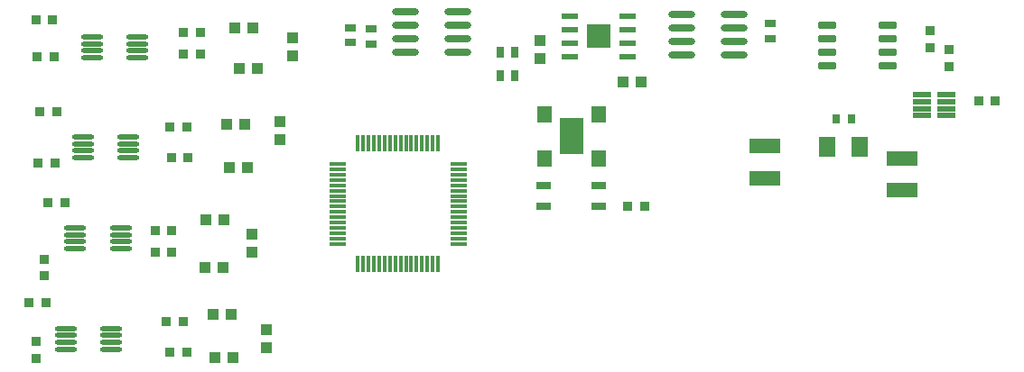
<source format=gtp>
G04*
G04 #@! TF.GenerationSoftware,Altium Limited,Altium Designer,22.0.2 (36)*
G04*
G04 Layer_Color=8421504*
%FSLAX25Y25*%
%MOIN*%
G70*
G04*
G04 #@! TF.SameCoordinates,DBB72687-BCFA-4FA8-90DC-81D55A498374*
G04*
G04*
G04 #@! TF.FilePolarity,Positive*
G04*
G01*
G75*
%ADD16R,0.03071X0.03898*%
G04:AMPARAMS|DCode=17|XSize=61.42mil|YSize=11.02mil|CornerRadius=1.38mil|HoleSize=0mil|Usage=FLASHONLY|Rotation=0.000|XOffset=0mil|YOffset=0mil|HoleType=Round|Shape=RoundedRectangle|*
%AMROUNDEDRECTD17*
21,1,0.06142,0.00827,0,0,0.0*
21,1,0.05866,0.01102,0,0,0.0*
1,1,0.00276,0.02933,-0.00413*
1,1,0.00276,-0.02933,-0.00413*
1,1,0.00276,-0.02933,0.00413*
1,1,0.00276,0.02933,0.00413*
%
%ADD17ROUNDEDRECTD17*%
%ADD18O,0.09843X0.02756*%
G04:AMPARAMS|DCode=19|XSize=61.42mil|YSize=11.02mil|CornerRadius=1.38mil|HoleSize=0mil|Usage=FLASHONLY|Rotation=270.000|XOffset=0mil|YOffset=0mil|HoleType=Round|Shape=RoundedRectangle|*
%AMROUNDEDRECTD19*
21,1,0.06142,0.00827,0,0,270.0*
21,1,0.05866,0.01102,0,0,270.0*
1,1,0.00276,-0.00413,-0.02933*
1,1,0.00276,-0.00413,0.02933*
1,1,0.00276,0.00413,0.02933*
1,1,0.00276,0.00413,-0.02933*
%
%ADD19ROUNDEDRECTD19*%
%ADD20O,0.08268X0.01772*%
%ADD21R,0.04331X0.03937*%
%ADD22R,0.03937X0.04331*%
%ADD23R,0.03898X0.03071*%
%ADD24R,0.05906X0.07480*%
%ADD25R,0.11457X0.05591*%
G04:AMPARAMS|DCode=26|XSize=25.59mil|YSize=64.96mil|CornerRadius=1.92mil|HoleSize=0mil|Usage=FLASHONLY|Rotation=90.000|XOffset=0mil|YOffset=0mil|HoleType=Round|Shape=RoundedRectangle|*
%AMROUNDEDRECTD26*
21,1,0.02559,0.06112,0,0,90.0*
21,1,0.02175,0.06496,0,0,90.0*
1,1,0.00384,0.03056,0.01088*
1,1,0.00384,0.03056,-0.01088*
1,1,0.00384,-0.03056,-0.01088*
1,1,0.00384,-0.03056,0.01088*
%
%ADD26ROUNDEDRECTD26*%
%ADD27R,0.06915X0.02016*%
%ADD28R,0.05312X0.05924*%
%ADD29R,0.08661X0.13780*%
%ADD30R,0.05709X0.02756*%
%ADD31R,0.02559X0.03543*%
%ADD32R,0.03425X0.03661*%
%ADD33R,0.03661X0.03425*%
%ADD34R,0.05900X0.02200*%
%ADD35R,0.09000X0.09000*%
D16*
X256756Y118500D02*
D03*
Y127000D02*
D03*
X251244Y118500D02*
D03*
Y127000D02*
D03*
D17*
X191138Y58205D02*
D03*
X235862Y56236D02*
D03*
Y58205D02*
D03*
Y60173D02*
D03*
Y62142D02*
D03*
Y64110D02*
D03*
Y66079D02*
D03*
Y68047D02*
D03*
Y70016D02*
D03*
Y71984D02*
D03*
Y73953D02*
D03*
Y75921D02*
D03*
Y77890D02*
D03*
Y79858D02*
D03*
Y81827D02*
D03*
Y83795D02*
D03*
Y85764D02*
D03*
X191138D02*
D03*
Y83795D02*
D03*
Y81827D02*
D03*
Y79858D02*
D03*
Y77890D02*
D03*
Y75921D02*
D03*
Y73953D02*
D03*
Y71984D02*
D03*
Y70016D02*
D03*
Y68047D02*
D03*
Y66079D02*
D03*
Y64110D02*
D03*
Y62142D02*
D03*
Y60173D02*
D03*
Y56236D02*
D03*
D18*
X235646Y132000D02*
D03*
X337646Y126000D02*
D03*
Y131000D02*
D03*
Y136000D02*
D03*
Y141000D02*
D03*
X318354Y126000D02*
D03*
Y131000D02*
D03*
Y136000D02*
D03*
Y141000D02*
D03*
X235646Y127000D02*
D03*
Y137000D02*
D03*
Y142000D02*
D03*
X216354Y127000D02*
D03*
Y132000D02*
D03*
Y137000D02*
D03*
Y142000D02*
D03*
D19*
X200705Y93362D02*
D03*
X202673D02*
D03*
X198736Y48638D02*
D03*
X200705D02*
D03*
X202673D02*
D03*
X204642D02*
D03*
X206610D02*
D03*
X210547D02*
D03*
X212516D02*
D03*
X214484D02*
D03*
X216453D02*
D03*
X218421D02*
D03*
X220390D02*
D03*
X222358D02*
D03*
X224327D02*
D03*
X226295D02*
D03*
X228264D02*
D03*
Y93362D02*
D03*
X226295D02*
D03*
X224327D02*
D03*
X222358D02*
D03*
X220390D02*
D03*
X218421D02*
D03*
X216453D02*
D03*
X214484D02*
D03*
X212516D02*
D03*
X210547D02*
D03*
X206610D02*
D03*
X204642D02*
D03*
X198736D02*
D03*
X208579D02*
D03*
Y48638D02*
D03*
D20*
X111153Y54510D02*
D03*
Y57069D02*
D03*
Y59628D02*
D03*
Y62187D02*
D03*
X94420Y54510D02*
D03*
Y57069D02*
D03*
Y59628D02*
D03*
Y62187D02*
D03*
X113866Y88161D02*
D03*
Y90720D02*
D03*
Y93279D02*
D03*
Y95839D02*
D03*
X97134Y88161D02*
D03*
Y90720D02*
D03*
Y93279D02*
D03*
Y95839D02*
D03*
X117366Y125161D02*
D03*
Y127720D02*
D03*
Y130280D02*
D03*
Y132839D02*
D03*
X100634Y125161D02*
D03*
Y127720D02*
D03*
Y130280D02*
D03*
Y132839D02*
D03*
X107759Y17215D02*
D03*
Y19774D02*
D03*
Y22333D02*
D03*
Y24893D02*
D03*
X91027Y17215D02*
D03*
Y19774D02*
D03*
Y22333D02*
D03*
Y24893D02*
D03*
D21*
X303346Y116000D02*
D03*
X296654D02*
D03*
X157846Y84500D02*
D03*
X151154D02*
D03*
X148846Y47500D02*
D03*
X142154D02*
D03*
X150154Y100500D02*
D03*
X156846D02*
D03*
X142654Y65000D02*
D03*
X149346D02*
D03*
X161500Y121000D02*
D03*
X154807D02*
D03*
X152740Y14054D02*
D03*
X146047D02*
D03*
X153307Y136000D02*
D03*
X160000D02*
D03*
X145153Y30000D02*
D03*
X151847D02*
D03*
D22*
X266000Y131346D02*
D03*
Y124653D02*
D03*
X159500Y53154D02*
D03*
Y59847D02*
D03*
X170000Y94653D02*
D03*
Y101347D02*
D03*
X174500Y125654D02*
D03*
Y132346D02*
D03*
X164893Y17707D02*
D03*
Y24400D02*
D03*
D23*
X351000Y137756D02*
D03*
Y132244D02*
D03*
X196102Y130744D02*
D03*
Y136256D02*
D03*
X203500Y135756D02*
D03*
Y130244D02*
D03*
D24*
X383906Y92000D02*
D03*
X372094D02*
D03*
D25*
X399500Y76126D02*
D03*
Y87874D02*
D03*
X349000Y80626D02*
D03*
Y92374D02*
D03*
D26*
X371878Y137000D02*
D03*
Y132000D02*
D03*
Y127000D02*
D03*
Y122000D02*
D03*
X394122Y137000D02*
D03*
Y132000D02*
D03*
Y127000D02*
D03*
Y122000D02*
D03*
D27*
X416031Y103661D02*
D03*
Y106220D02*
D03*
Y108780D02*
D03*
Y111339D02*
D03*
X406969D02*
D03*
Y108780D02*
D03*
Y106220D02*
D03*
Y103661D02*
D03*
D28*
X287500Y104080D02*
D03*
X267500D02*
D03*
Y87920D02*
D03*
X287500D02*
D03*
D29*
X277500Y96000D02*
D03*
D30*
X287638Y77937D02*
D03*
Y70063D02*
D03*
X267362Y77937D02*
D03*
Y70063D02*
D03*
D31*
X380854Y102500D02*
D03*
X375146D02*
D03*
D32*
X304571Y70000D02*
D03*
X298429D02*
D03*
X130071Y53000D02*
D03*
X123929D02*
D03*
X136071Y88000D02*
D03*
X129929D02*
D03*
X86843Y86000D02*
D03*
X80701D02*
D03*
X135571Y99500D02*
D03*
X129429D02*
D03*
X130071Y61000D02*
D03*
X123929D02*
D03*
X84429Y71500D02*
D03*
X90571D02*
D03*
X87571Y105000D02*
D03*
X81429D02*
D03*
X80429Y125500D02*
D03*
X86571D02*
D03*
X135464Y16054D02*
D03*
X129322D02*
D03*
X140571Y126500D02*
D03*
X134429D02*
D03*
X140571Y134500D02*
D03*
X134429D02*
D03*
X134192Y27554D02*
D03*
X128051D02*
D03*
X77322Y34554D02*
D03*
X83464D02*
D03*
X79929Y139000D02*
D03*
X86071D02*
D03*
X427929Y109000D02*
D03*
X434071D02*
D03*
D33*
X410000Y135071D02*
D03*
Y128929D02*
D03*
X417000Y121929D02*
D03*
Y128071D02*
D03*
X83000Y50571D02*
D03*
Y44429D02*
D03*
X80000Y20071D02*
D03*
Y13929D02*
D03*
D34*
X298150Y125500D02*
D03*
Y130500D02*
D03*
Y135500D02*
D03*
Y140500D02*
D03*
X276850D02*
D03*
Y135500D02*
D03*
Y130500D02*
D03*
Y125500D02*
D03*
D35*
X287500Y133000D02*
D03*
M02*

</source>
